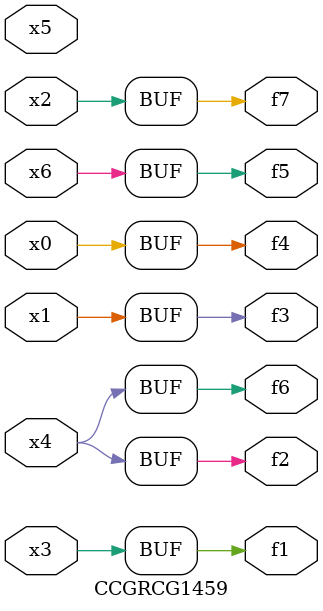
<source format=v>
module CCGRCG1459(
	input x0, x1, x2, x3, x4, x5, x6,
	output f1, f2, f3, f4, f5, f6, f7
);
	assign f1 = x3;
	assign f2 = x4;
	assign f3 = x1;
	assign f4 = x0;
	assign f5 = x6;
	assign f6 = x4;
	assign f7 = x2;
endmodule

</source>
